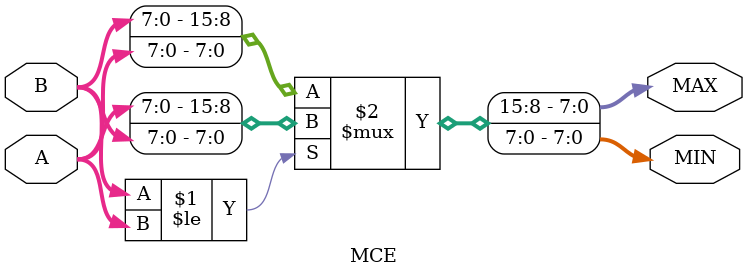
<source format=sv>
module MCE #(parameter DATA_WIDTH = 8)
        (input [DATA_WIDTH - 1:0]A,B,
            output [DATA_WIDTH - 1:0] MAX,MIN);

    assign {MAX,MIN} = B<=A ? {A,B} : {B,A};

endmodule
</source>
